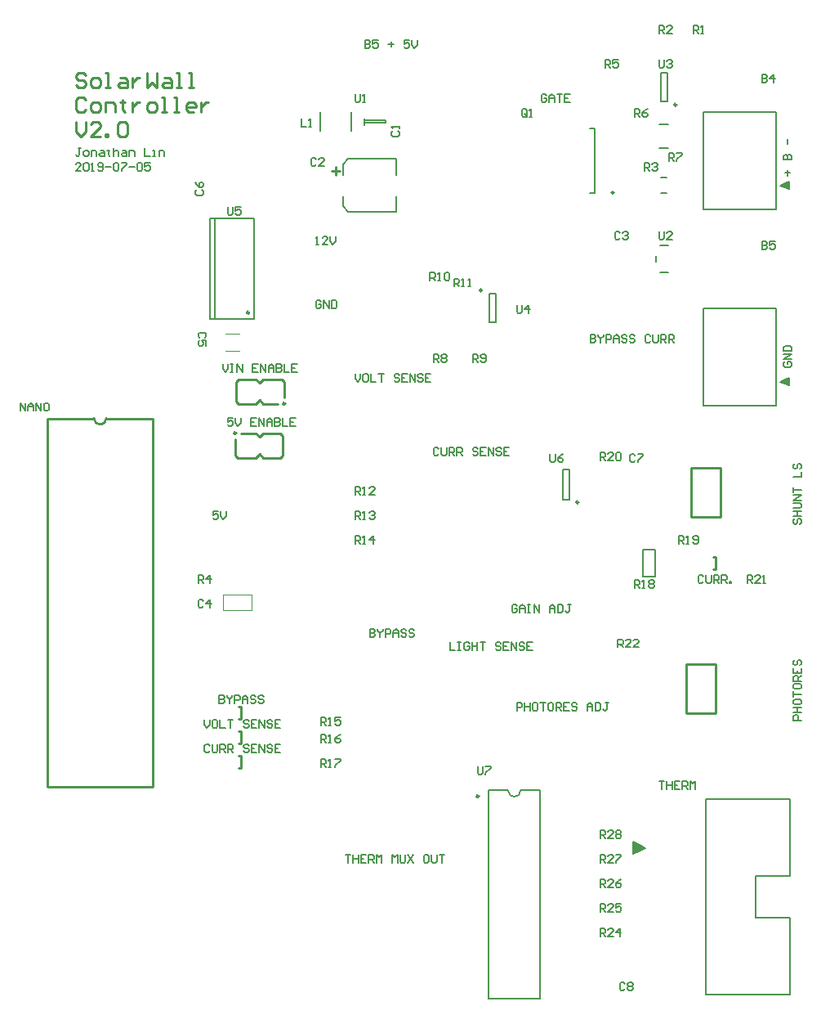
<source format=gto>
G04 Layer_Color=15132400*
%FSLAX25Y25*%
%MOIN*%
G70*
G01*
G75*
%ADD36C,0.01000*%
%ADD51C,0.00984*%
%ADD52C,0.00787*%
%ADD53C,0.00500*%
%ADD54C,0.00800*%
%ADD55C,0.00394*%
%ADD56C,0.00600*%
G36*
X552500Y190000D02*
X547500Y187500D01*
Y192500D01*
X552500Y190000D01*
D02*
G37*
G36*
X611000Y378500D02*
X607500Y380000D01*
X611000Y381500D01*
Y378500D01*
D02*
G37*
G36*
Y458500D02*
X607500Y460000D01*
X611000Y461500D01*
Y458500D01*
D02*
G37*
D36*
X385500Y359000D02*
G03*
X385500Y359000I-500J0D01*
G01*
X405500Y371000D02*
G03*
X405500Y371000I-500J0D01*
G01*
X484500Y211000D02*
G03*
X484500Y211000I-500J0D01*
G01*
X327500Y365000D02*
G03*
X332500Y365000I2500J0D01*
G01*
X403500Y359000D02*
X404500Y358000D01*
X396500Y359000D02*
X403500D01*
X395000Y357500D02*
X396500Y359000D01*
X393500D02*
X395000Y357500D01*
X387500Y359000D02*
X393500D01*
X403500Y349000D02*
X404500Y350000D01*
Y358000D01*
X385000Y350000D02*
Y356500D01*
Y350000D02*
X386000Y349000D01*
X393500D01*
X395000Y350500D01*
X396500Y349000D01*
X403500D01*
X385500Y372000D02*
X386500Y371000D01*
X393500D01*
X395000Y372500D01*
X396500Y371000D01*
X402500D01*
X385500Y380000D02*
X386500Y381000D01*
X385500Y372000D02*
Y380000D01*
X405000Y373500D02*
Y380000D01*
X404000Y381000D02*
X405000Y380000D01*
X396500Y381000D02*
X404000D01*
X395000Y379500D02*
X396500Y381000D01*
X393500D02*
X395000Y379500D01*
X386500Y381000D02*
X393500D01*
X583000Y325000D02*
Y345000D01*
X571000D02*
X583000D01*
X571000Y325000D02*
Y345000D01*
Y325000D02*
X583000D01*
X580000Y308500D02*
X581000D01*
X580000Y303500D02*
X581000D01*
Y308500D01*
Y245000D02*
Y265000D01*
X569000D02*
X581000D01*
X569000Y245000D02*
Y265000D01*
Y245000D02*
X581000D01*
X386500Y227500D02*
X387500D01*
X386500Y222500D02*
X387500D01*
Y227500D01*
X386500Y237500D02*
X387500D01*
X386500Y232500D02*
X387500D01*
Y237500D01*
X386500Y242500D02*
X387500D01*
X386500Y247500D02*
X387500D01*
Y242500D02*
Y247500D01*
X308500Y365000D02*
X327500D01*
X332500D02*
X351500D01*
Y215000D02*
Y365000D01*
X308500Y215000D02*
X351500D01*
X308500D02*
Y365000D01*
X323999Y494998D02*
X322999Y495998D01*
X321000D01*
X320000Y494998D01*
Y491000D01*
X321000Y490000D01*
X322999D01*
X323999Y491000D01*
X326998Y490000D02*
X328997D01*
X329997Y491000D01*
Y492999D01*
X328997Y493999D01*
X326998D01*
X325998Y492999D01*
Y491000D01*
X326998Y490000D01*
X331996D02*
Y493999D01*
X334995D01*
X335995Y492999D01*
Y490000D01*
X338994Y494998D02*
Y493999D01*
X337994D01*
X339994D01*
X338994D01*
Y491000D01*
X339994Y490000D01*
X342993Y493999D02*
Y490000D01*
Y491999D01*
X343992Y492999D01*
X344992Y493999D01*
X345992D01*
X349990Y490000D02*
X351990D01*
X352989Y491000D01*
Y492999D01*
X351990Y493999D01*
X349990D01*
X348991Y492999D01*
Y491000D01*
X349990Y490000D01*
X354989D02*
X356988D01*
X355988D01*
Y495998D01*
X354989D01*
X359987Y490000D02*
X361986D01*
X360987D01*
Y495998D01*
X359987D01*
X367985Y490000D02*
X365985D01*
X364985Y491000D01*
Y492999D01*
X365985Y493999D01*
X367985D01*
X368984Y492999D01*
Y491999D01*
X364985D01*
X370984Y493999D02*
Y490000D01*
Y491999D01*
X371983Y492999D01*
X372983Y493999D01*
X373983D01*
X320000Y485998D02*
Y481999D01*
X321999Y480000D01*
X323999Y481999D01*
Y485998D01*
X329997Y480000D02*
X325998D01*
X329997Y483999D01*
Y484998D01*
X328997Y485998D01*
X326998D01*
X325998Y484998D01*
X331996Y480000D02*
Y481000D01*
X332996D01*
Y480000D01*
X331996D01*
X336995Y484998D02*
X337994Y485998D01*
X339994D01*
X340993Y484998D01*
Y481000D01*
X339994Y480000D01*
X337994D01*
X336995Y481000D01*
Y484998D01*
X323999Y504998D02*
X322999Y505998D01*
X321000D01*
X320000Y504998D01*
Y503999D01*
X321000Y502999D01*
X322999D01*
X323999Y501999D01*
Y501000D01*
X322999Y500000D01*
X321000D01*
X320000Y501000D01*
X326998Y500000D02*
X328997D01*
X329997Y501000D01*
Y502999D01*
X328997Y503999D01*
X326998D01*
X325998Y502999D01*
Y501000D01*
X326998Y500000D01*
X331996D02*
X333996D01*
X332996D01*
Y505998D01*
X331996D01*
X337994Y503999D02*
X339994D01*
X340993Y502999D01*
Y500000D01*
X337994D01*
X336995Y501000D01*
X337994Y501999D01*
X340993D01*
X342993Y503999D02*
Y500000D01*
Y501999D01*
X343992Y502999D01*
X344992Y503999D01*
X345992D01*
X348991Y505998D02*
Y500000D01*
X350990Y501999D01*
X352989Y500000D01*
Y505998D01*
X355988Y503999D02*
X357988D01*
X358987Y502999D01*
Y500000D01*
X355988D01*
X354989Y501000D01*
X355988Y501999D01*
X358987D01*
X360987Y500000D02*
X362986D01*
X361986D01*
Y505998D01*
X360987D01*
X365985Y500000D02*
X367985D01*
X366985D01*
Y505998D01*
X365985D01*
X424500Y465999D02*
X427832D01*
X426166Y467665D02*
Y464333D01*
D51*
X390823Y408087D02*
G03*
X390823Y408087I-492J0D01*
G01*
X525216Y330815D02*
G03*
X525216Y330815I-492J0D01*
G01*
X565216Y492815D02*
G03*
X565216Y492815I-492J0D01*
G01*
X485768Y417185D02*
G03*
X485768Y417185I-492J0D01*
G01*
X539618Y456988D02*
G03*
X539618Y456988I-492J0D01*
G01*
D52*
X496500Y213280D02*
G03*
X501500Y213280I2500J0D01*
G01*
X376748Y405528D02*
Y446473D01*
X374780Y405528D02*
X392890D01*
Y405528D02*
Y446473D01*
X374780D02*
X392890D01*
X374780Y405528D02*
Y446473D01*
X576951Y130039D02*
Y209961D01*
Y130039D02*
X611597D01*
Y161535D01*
X597500D02*
X611597D01*
X597500D02*
Y178465D01*
X611597D01*
Y209962D01*
X576951D02*
X611597D01*
X576951Y209961D02*
Y209962D01*
X547500Y192500D02*
X552500Y190000D01*
X547500Y187500D02*
Y192500D01*
Y187500D02*
X552500Y190000D01*
X488567Y128500D02*
Y213500D01*
X509433Y128500D02*
Y213500D01*
X488567D02*
X496500D01*
X501500D02*
X509433D01*
X488567Y128500D02*
X509433D01*
X518622Y331898D02*
X521378D01*
X518622Y344102D02*
X521378D01*
Y331898D02*
Y344102D01*
X518622Y331898D02*
Y344102D01*
X437669Y486591D02*
Y487331D01*
Y484500D02*
Y485409D01*
Y486591D02*
X446331D01*
X437669Y485409D02*
X446331D01*
Y486591D01*
X437669Y485409D02*
Y486591D01*
X558819Y463248D02*
X561181D01*
X558819Y456752D02*
X561181D01*
X558228Y475276D02*
X561772D01*
X558228Y484724D02*
X561772D01*
X576000Y450316D02*
Y489686D01*
X605748D01*
Y450316D02*
Y489686D01*
X576000Y450316D02*
X605748D01*
X607500Y460000D02*
X611000Y458500D01*
Y461500D01*
X607500Y460000D02*
X611000Y461500D01*
X428976Y464331D02*
Y468661D01*
X431142Y470827D01*
X428976Y451339D02*
X431142Y449173D01*
X428976Y451339D02*
Y455669D01*
X431142Y470827D02*
X450827D01*
Y464331D02*
Y470827D01*
Y449173D02*
Y455669D01*
X431142Y449173D02*
X450827D01*
X576000Y370316D02*
Y409686D01*
X605748D01*
Y370316D02*
Y409686D01*
X576000Y370316D02*
X605748D01*
X607500Y380000D02*
X611000Y378500D01*
Y381500D01*
X607500Y380000D02*
X611000Y381500D01*
X432299Y482063D02*
Y489937D01*
X419701Y482063D02*
Y489937D01*
X558622Y494095D02*
X561378D01*
X558622Y505905D02*
X561378D01*
Y494095D02*
Y505905D01*
X558622Y494095D02*
Y505905D01*
X488622Y415906D02*
X491378D01*
X488622Y404095D02*
X491378D01*
X488622D02*
Y415906D01*
X491378Y404095D02*
Y415906D01*
X529874Y456811D02*
X531843D01*
X529874Y483189D02*
X531843D01*
Y456811D02*
Y483189D01*
D53*
X551500Y311500D02*
X556500D01*
X551500Y300500D02*
Y311500D01*
Y300500D02*
X556500D01*
Y311500D01*
D54*
X556809Y428943D02*
Y431057D01*
X558309Y424400D02*
X561691D01*
X558309Y435600D02*
X561691D01*
D55*
X380095Y286850D02*
X391905D01*
X380095D02*
Y293150D01*
X391905D01*
Y286850D02*
Y293150D01*
X381067Y399543D02*
X386933D01*
X381067Y392457D02*
X386933D01*
D56*
X382000Y451199D02*
Y448533D01*
X382533Y448000D01*
X383599D01*
X384133Y448533D01*
Y451199D01*
X387332D02*
X385199D01*
Y449600D01*
X386265Y450133D01*
X386799D01*
X387332Y449600D01*
Y448533D01*
X386799Y448000D01*
X385732D01*
X385199Y448533D01*
X384133Y365199D02*
X382000D01*
Y363599D01*
X383066Y364133D01*
X383599D01*
X384133Y363599D01*
Y362533D01*
X383599Y362000D01*
X382533D01*
X382000Y362533D01*
X385199Y365199D02*
Y363066D01*
X386265Y362000D01*
X387332Y363066D01*
Y365199D01*
X393730D02*
X391597D01*
Y362000D01*
X393730D01*
X391597Y363599D02*
X392663D01*
X394796Y362000D02*
Y365199D01*
X396929Y362000D01*
Y365199D01*
X397995Y362000D02*
Y364133D01*
X399061Y365199D01*
X400128Y364133D01*
Y362000D01*
Y363599D01*
X397995D01*
X401194Y365199D02*
Y362000D01*
X402793D01*
X403327Y362533D01*
Y363066D01*
X402793Y363599D01*
X401194D01*
X402793D01*
X403327Y364133D01*
Y364666D01*
X402793Y365199D01*
X401194D01*
X404393D02*
Y362000D01*
X406525D01*
X409724Y365199D02*
X407592D01*
Y362000D01*
X409724D01*
X407592Y363599D02*
X408658D01*
X380000Y387199D02*
Y385066D01*
X381066Y384000D01*
X382133Y385066D01*
Y387199D01*
X383199D02*
X384265D01*
X383732D01*
Y384000D01*
X383199D01*
X384265D01*
X385865D02*
Y387199D01*
X387997Y384000D01*
Y387199D01*
X394395D02*
X392263D01*
Y384000D01*
X394395D01*
X392263Y385599D02*
X393329D01*
X395462Y384000D02*
Y387199D01*
X397594Y384000D01*
Y387199D01*
X398661Y384000D02*
Y386133D01*
X399727Y387199D01*
X400793Y386133D01*
Y384000D01*
Y385599D01*
X398661D01*
X401860Y387199D02*
Y384000D01*
X403459D01*
X403992Y384533D01*
Y385066D01*
X403459Y385599D01*
X401860D01*
X403459D01*
X403992Y386133D01*
Y386666D01*
X403459Y387199D01*
X401860D01*
X405059D02*
Y384000D01*
X407191D01*
X410390Y387199D02*
X408258D01*
Y384000D01*
X410390D01*
X408258Y385599D02*
X409324D01*
X613334Y324133D02*
X612801Y323600D01*
Y322533D01*
X613334Y322000D01*
X613867D01*
X614400Y322533D01*
Y323600D01*
X614934Y324133D01*
X615467D01*
X616000Y323600D01*
Y322533D01*
X615467Y322000D01*
X612801Y325199D02*
X616000D01*
X614400D01*
Y327332D01*
X612801D01*
X616000D01*
X612801Y328398D02*
X615467D01*
X616000Y328931D01*
Y329997D01*
X615467Y330531D01*
X612801D01*
X616000Y331597D02*
X612801D01*
X616000Y333730D01*
X612801D01*
Y334796D02*
Y336929D01*
Y335862D01*
X616000D01*
X612801Y341194D02*
X616000D01*
Y343326D01*
X613334Y346525D02*
X612801Y345992D01*
Y344926D01*
X613334Y344393D01*
X613867D01*
X614400Y344926D01*
Y345992D01*
X614934Y346525D01*
X615467D01*
X616000Y345992D01*
Y344926D01*
X615467Y344393D01*
X322133Y466000D02*
X320000D01*
X322133Y468133D01*
Y468666D01*
X321600Y469199D01*
X320533D01*
X320000Y468666D01*
X323199D02*
X323732Y469199D01*
X324798D01*
X325332Y468666D01*
Y466533D01*
X324798Y466000D01*
X323732D01*
X323199Y466533D01*
Y468666D01*
X326398Y466000D02*
X327464D01*
X326931D01*
Y469199D01*
X326398Y468666D01*
X329064Y466533D02*
X329597Y466000D01*
X330663D01*
X331196Y466533D01*
Y468666D01*
X330663Y469199D01*
X329597D01*
X329064Y468666D01*
Y468133D01*
X329597Y467599D01*
X331196D01*
X332263D02*
X334395D01*
X335462Y468666D02*
X335995Y469199D01*
X337061D01*
X337594Y468666D01*
Y466533D01*
X337061Y466000D01*
X335995D01*
X335462Y466533D01*
Y468666D01*
X338661Y469199D02*
X340793D01*
Y468666D01*
X338661Y466533D01*
Y466000D01*
X341860Y467599D02*
X343992D01*
X345059Y468666D02*
X345592Y469199D01*
X346658D01*
X347191Y468666D01*
Y466533D01*
X346658Y466000D01*
X345592D01*
X345059Y466533D01*
Y468666D01*
X350390Y469199D02*
X348258D01*
Y467599D01*
X349324Y468133D01*
X349857D01*
X350390Y467599D01*
Y466533D01*
X349857Y466000D01*
X348791D01*
X348258Y466533D01*
X378133Y327199D02*
X376000D01*
Y325600D01*
X377066Y326133D01*
X377600D01*
X378133Y325600D01*
Y324533D01*
X377600Y324000D01*
X376533D01*
X376000Y324533D01*
X379199Y327199D02*
Y325066D01*
X380265Y324000D01*
X381332Y325066D01*
Y327199D01*
X322133Y475199D02*
X321066D01*
X321600D01*
Y472533D01*
X321066Y472000D01*
X320533D01*
X320000Y472533D01*
X323732Y472000D02*
X324798D01*
X325332Y472533D01*
Y473599D01*
X324798Y474133D01*
X323732D01*
X323199Y473599D01*
Y472533D01*
X323732Y472000D01*
X326398D02*
Y474133D01*
X327997D01*
X328531Y473599D01*
Y472000D01*
X330130Y474133D02*
X331196D01*
X331730Y473599D01*
Y472000D01*
X330130D01*
X329597Y472533D01*
X330130Y473066D01*
X331730D01*
X333329Y474666D02*
Y474133D01*
X332796D01*
X333862D01*
X333329D01*
Y472533D01*
X333862Y472000D01*
X335462Y475199D02*
Y472000D01*
Y473599D01*
X335995Y474133D01*
X337061D01*
X337594Y473599D01*
Y472000D01*
X339194Y474133D02*
X340260D01*
X340793Y473599D01*
Y472000D01*
X339194D01*
X338661Y472533D01*
X339194Y473066D01*
X340793D01*
X341860Y472000D02*
Y474133D01*
X343459D01*
X343992Y473599D01*
Y472000D01*
X348258Y475199D02*
Y472000D01*
X350390D01*
X351456D02*
X352523D01*
X351990D01*
Y474133D01*
X351456D01*
X354122Y472000D02*
Y474133D01*
X355722D01*
X356255Y473599D01*
Y472000D01*
X468133Y352666D02*
X467599Y353199D01*
X466533D01*
X466000Y352666D01*
Y350533D01*
X466533Y350000D01*
X467599D01*
X468133Y350533D01*
X469199Y353199D02*
Y350533D01*
X469732Y350000D01*
X470798D01*
X471332Y350533D01*
Y353199D01*
X472398Y350000D02*
Y353199D01*
X473997D01*
X474531Y352666D01*
Y351600D01*
X473997Y351066D01*
X472398D01*
X473464D02*
X474531Y350000D01*
X475597D02*
Y353199D01*
X477196D01*
X477730Y352666D01*
Y351600D01*
X477196Y351066D01*
X475597D01*
X476663D02*
X477730Y350000D01*
X484128Y352666D02*
X483594Y353199D01*
X482528D01*
X481995Y352666D01*
Y352133D01*
X482528Y351600D01*
X483594D01*
X484128Y351066D01*
Y350533D01*
X483594Y350000D01*
X482528D01*
X481995Y350533D01*
X487326Y353199D02*
X485194D01*
Y350000D01*
X487326D01*
X485194Y351600D02*
X486260D01*
X488393Y350000D02*
Y353199D01*
X490525Y350000D01*
Y353199D01*
X493724Y352666D02*
X493191Y353199D01*
X492125D01*
X491592Y352666D01*
Y352133D01*
X492125Y351600D01*
X493191D01*
X493724Y351066D01*
Y350533D01*
X493191Y350000D01*
X492125D01*
X491592Y350533D01*
X496923Y353199D02*
X494791D01*
Y350000D01*
X496923D01*
X494791Y351600D02*
X495857D01*
X430000Y187199D02*
X432133D01*
X431066D01*
Y184000D01*
X433199Y187199D02*
Y184000D01*
Y185600D01*
X435332D01*
Y187199D01*
Y184000D01*
X438531Y187199D02*
X436398D01*
Y184000D01*
X438531D01*
X436398Y185600D02*
X437464D01*
X439597Y184000D02*
Y187199D01*
X441196D01*
X441730Y186666D01*
Y185600D01*
X441196Y185066D01*
X439597D01*
X440663D02*
X441730Y184000D01*
X442796D02*
Y187199D01*
X443862Y186133D01*
X444929Y187199D01*
Y184000D01*
X449194D02*
Y187199D01*
X450260Y186133D01*
X451327Y187199D01*
Y184000D01*
X452393Y187199D02*
Y184533D01*
X452926Y184000D01*
X453992D01*
X454525Y184533D01*
Y187199D01*
X455592D02*
X457724Y184000D01*
Y187199D02*
X455592Y184000D01*
X463589Y187199D02*
X462523D01*
X461990Y186666D01*
Y184533D01*
X462523Y184000D01*
X463589D01*
X464122Y184533D01*
Y186666D01*
X463589Y187199D01*
X465189D02*
Y184533D01*
X465722Y184000D01*
X466788D01*
X467321Y184533D01*
Y187199D01*
X468388D02*
X470520D01*
X469454D01*
Y184000D01*
X472700Y273699D02*
Y270500D01*
X474833D01*
X475899Y273699D02*
X476965D01*
X476432D01*
Y270500D01*
X475899D01*
X476965D01*
X480697Y273166D02*
X480164Y273699D01*
X479098D01*
X478565Y273166D01*
Y271033D01*
X479098Y270500D01*
X480164D01*
X480697Y271033D01*
Y272099D01*
X479631D01*
X481764Y273699D02*
Y270500D01*
Y272099D01*
X483896D01*
Y273699D01*
Y270500D01*
X484963Y273699D02*
X487095D01*
X486029D01*
Y270500D01*
X493493Y273166D02*
X492960Y273699D01*
X491894D01*
X491361Y273166D01*
Y272633D01*
X491894Y272099D01*
X492960D01*
X493493Y271566D01*
Y271033D01*
X492960Y270500D01*
X491894D01*
X491361Y271033D01*
X496692Y273699D02*
X494560D01*
Y270500D01*
X496692D01*
X494560Y272099D02*
X495626D01*
X497759Y270500D02*
Y273699D01*
X499891Y270500D01*
Y273699D01*
X503090Y273166D02*
X502557Y273699D01*
X501491D01*
X500958Y273166D01*
Y272633D01*
X501491Y272099D01*
X502557D01*
X503090Y271566D01*
Y271033D01*
X502557Y270500D01*
X501491D01*
X500958Y271033D01*
X506289Y273699D02*
X504156D01*
Y270500D01*
X506289D01*
X504156Y272099D02*
X505223D01*
X576133Y300666D02*
X575599Y301199D01*
X574533D01*
X574000Y300666D01*
Y298533D01*
X574533Y298000D01*
X575599D01*
X576133Y298533D01*
X577199Y301199D02*
Y298533D01*
X577732Y298000D01*
X578798D01*
X579332Y298533D01*
Y301199D01*
X580398Y298000D02*
Y301199D01*
X581997D01*
X582531Y300666D01*
Y299600D01*
X581997Y299066D01*
X580398D01*
X581464D02*
X582531Y298000D01*
X583597D02*
Y301199D01*
X585196D01*
X585730Y300666D01*
Y299600D01*
X585196Y299066D01*
X583597D01*
X584663D02*
X585730Y298000D01*
X586796D02*
Y298533D01*
X587329D01*
Y298000D01*
X586796D01*
X594000D02*
Y301199D01*
X595600D01*
X596133Y300666D01*
Y299600D01*
X595600Y299066D01*
X594000D01*
X595066D02*
X596133Y298000D01*
X599332D02*
X597199D01*
X599332Y300133D01*
Y300666D01*
X598798Y301199D01*
X597732D01*
X597199Y300666D01*
X600398Y298000D02*
X601464D01*
X600931D01*
Y301199D01*
X600398Y300666D01*
X616000Y242000D02*
X612801D01*
Y243600D01*
X613334Y244133D01*
X614400D01*
X614934Y243600D01*
Y242000D01*
X612801Y245199D02*
X616000D01*
X614400D01*
Y247332D01*
X612801D01*
X616000D01*
X612801Y249997D02*
Y248931D01*
X613334Y248398D01*
X615467D01*
X616000Y248931D01*
Y249997D01*
X615467Y250531D01*
X613334D01*
X612801Y249997D01*
Y251597D02*
Y253730D01*
Y252663D01*
X616000D01*
X612801Y256395D02*
Y255329D01*
X613334Y254796D01*
X615467D01*
X616000Y255329D01*
Y256395D01*
X615467Y256928D01*
X613334D01*
X612801Y256395D01*
X616000Y257995D02*
X612801D01*
Y259594D01*
X613334Y260127D01*
X614400D01*
X614934Y259594D01*
Y257995D01*
Y259061D02*
X616000Y260127D01*
X612801Y263327D02*
Y261194D01*
X616000D01*
Y263327D01*
X614400Y261194D02*
Y262260D01*
X613334Y266525D02*
X612801Y265992D01*
Y264926D01*
X613334Y264393D01*
X613867D01*
X614400Y264926D01*
Y265992D01*
X614934Y266525D01*
X615467D01*
X616000Y265992D01*
Y264926D01*
X615467Y264393D01*
X500133Y288666D02*
X499600Y289199D01*
X498533D01*
X498000Y288666D01*
Y286533D01*
X498533Y286000D01*
X499600D01*
X500133Y286533D01*
Y287599D01*
X499066D01*
X501199Y286000D02*
Y288133D01*
X502265Y289199D01*
X503332Y288133D01*
Y286000D01*
Y287599D01*
X501199D01*
X504398Y289199D02*
X505464D01*
X504931D01*
Y286000D01*
X504398D01*
X505464D01*
X507064D02*
Y289199D01*
X509196Y286000D01*
Y289199D01*
X513462Y286000D02*
Y288133D01*
X514528Y289199D01*
X515594Y288133D01*
Y286000D01*
Y287599D01*
X513462D01*
X516661Y289199D02*
Y286000D01*
X518260D01*
X518793Y286533D01*
Y288666D01*
X518260Y289199D01*
X516661D01*
X521992D02*
X520926D01*
X521459D01*
Y286533D01*
X520926Y286000D01*
X520393D01*
X519860Y286533D01*
X500000Y246000D02*
Y249199D01*
X501600D01*
X502133Y248666D01*
Y247600D01*
X501600Y247066D01*
X500000D01*
X503199Y249199D02*
Y246000D01*
Y247600D01*
X505332D01*
Y249199D01*
Y246000D01*
X507997Y249199D02*
X506931D01*
X506398Y248666D01*
Y246533D01*
X506931Y246000D01*
X507997D01*
X508531Y246533D01*
Y248666D01*
X507997Y249199D01*
X509597D02*
X511730D01*
X510663D01*
Y246000D01*
X514395Y249199D02*
X513329D01*
X512796Y248666D01*
Y246533D01*
X513329Y246000D01*
X514395D01*
X514928Y246533D01*
Y248666D01*
X514395Y249199D01*
X515995Y246000D02*
Y249199D01*
X517594D01*
X518127Y248666D01*
Y247600D01*
X517594Y247066D01*
X515995D01*
X517061D02*
X518127Y246000D01*
X521326Y249199D02*
X519194D01*
Y246000D01*
X521326D01*
X519194Y247600D02*
X520260D01*
X524525Y248666D02*
X523992Y249199D01*
X522926D01*
X522393Y248666D01*
Y248133D01*
X522926Y247600D01*
X523992D01*
X524525Y247066D01*
Y246533D01*
X523992Y246000D01*
X522926D01*
X522393Y246533D01*
X528791Y246000D02*
Y248133D01*
X529857Y249199D01*
X530923Y248133D01*
Y246000D01*
Y247600D01*
X528791D01*
X531990Y249199D02*
Y246000D01*
X533589D01*
X534122Y246533D01*
Y248666D01*
X533589Y249199D01*
X531990D01*
X537321D02*
X536255D01*
X536788D01*
Y246533D01*
X536255Y246000D01*
X535722D01*
X535189Y246533D01*
X534000Y348000D02*
Y351199D01*
X535600D01*
X536133Y350666D01*
Y349600D01*
X535600Y349066D01*
X534000D01*
X535066D02*
X536133Y348000D01*
X539332D02*
X537199D01*
X539332Y350133D01*
Y350666D01*
X538798Y351199D01*
X537732D01*
X537199Y350666D01*
X540398D02*
X540931Y351199D01*
X541997D01*
X542531Y350666D01*
Y348533D01*
X541997Y348000D01*
X540931D01*
X540398Y348533D01*
Y350666D01*
X566000Y314000D02*
Y317199D01*
X567599D01*
X568133Y316666D01*
Y315599D01*
X567599Y315066D01*
X566000D01*
X567066D02*
X568133Y314000D01*
X569199D02*
X570265D01*
X569732D01*
Y317199D01*
X569199Y316666D01*
X571865Y314533D02*
X572398Y314000D01*
X573464D01*
X573997Y314533D01*
Y316666D01*
X573464Y317199D01*
X572398D01*
X571865Y316666D01*
Y316133D01*
X572398Y315599D01*
X573997D01*
X548000Y296000D02*
Y299199D01*
X549600D01*
X550133Y298666D01*
Y297600D01*
X549600Y297066D01*
X548000D01*
X549066D02*
X550133Y296000D01*
X551199D02*
X552265D01*
X551732D01*
Y299199D01*
X551199Y298666D01*
X553865D02*
X554398Y299199D01*
X555464D01*
X555997Y298666D01*
Y298133D01*
X555464Y297600D01*
X555997Y297066D01*
Y296533D01*
X555464Y296000D01*
X554398D01*
X553865Y296533D01*
Y297066D01*
X554398Y297600D01*
X553865Y298133D01*
Y298666D01*
X554398Y297600D02*
X555464D01*
X544133Y134666D02*
X543600Y135199D01*
X542533D01*
X542000Y134666D01*
Y132533D01*
X542533Y132000D01*
X543600D01*
X544133Y132533D01*
X545199Y134666D02*
X545732Y135199D01*
X546798D01*
X547332Y134666D01*
Y134133D01*
X546798Y133599D01*
X547332Y133066D01*
Y132533D01*
X546798Y132000D01*
X545732D01*
X545199Y132533D01*
Y133066D01*
X545732Y133599D01*
X545199Y134133D01*
Y134666D01*
X545732Y133599D02*
X546798D01*
X558000Y217199D02*
X560133D01*
X559066D01*
Y214000D01*
X561199Y217199D02*
Y214000D01*
Y215599D01*
X563332D01*
Y217199D01*
Y214000D01*
X566531Y217199D02*
X564398D01*
Y214000D01*
X566531D01*
X564398Y215599D02*
X565464D01*
X567597Y214000D02*
Y217199D01*
X569196D01*
X569730Y216666D01*
Y215599D01*
X569196Y215066D01*
X567597D01*
X568663D02*
X569730Y214000D01*
X570796D02*
Y217199D01*
X571862Y216133D01*
X572928Y217199D01*
Y214000D01*
X534000Y194000D02*
Y197199D01*
X535600D01*
X536133Y196666D01*
Y195599D01*
X535600Y195066D01*
X534000D01*
X535066D02*
X536133Y194000D01*
X539332D02*
X537199D01*
X539332Y196133D01*
Y196666D01*
X538798Y197199D01*
X537732D01*
X537199Y196666D01*
X540398D02*
X540931Y197199D01*
X541997D01*
X542531Y196666D01*
Y196133D01*
X541997Y195599D01*
X542531Y195066D01*
Y194533D01*
X541997Y194000D01*
X540931D01*
X540398Y194533D01*
Y195066D01*
X540931Y195599D01*
X540398Y196133D01*
Y196666D01*
X540931Y195599D02*
X541997D01*
X534000Y184000D02*
Y187199D01*
X535600D01*
X536133Y186666D01*
Y185600D01*
X535600Y185066D01*
X534000D01*
X535066D02*
X536133Y184000D01*
X539332D02*
X537199D01*
X539332Y186133D01*
Y186666D01*
X538798Y187199D01*
X537732D01*
X537199Y186666D01*
X540398Y187199D02*
X542531D01*
Y186666D01*
X540398Y184533D01*
Y184000D01*
X534000Y174000D02*
Y177199D01*
X535600D01*
X536133Y176666D01*
Y175600D01*
X535600Y175066D01*
X534000D01*
X535066D02*
X536133Y174000D01*
X539332D02*
X537199D01*
X539332Y176133D01*
Y176666D01*
X538798Y177199D01*
X537732D01*
X537199Y176666D01*
X542531Y177199D02*
X541464Y176666D01*
X540398Y175600D01*
Y174533D01*
X540931Y174000D01*
X541997D01*
X542531Y174533D01*
Y175066D01*
X541997Y175600D01*
X540398D01*
X534000Y164000D02*
Y167199D01*
X535600D01*
X536133Y166666D01*
Y165600D01*
X535600Y165066D01*
X534000D01*
X535066D02*
X536133Y164000D01*
X539332D02*
X537199D01*
X539332Y166133D01*
Y166666D01*
X538798Y167199D01*
X537732D01*
X537199Y166666D01*
X542531Y167199D02*
X540398D01*
Y165600D01*
X541464Y166133D01*
X541997D01*
X542531Y165600D01*
Y164533D01*
X541997Y164000D01*
X540931D01*
X540398Y164533D01*
X534000Y154000D02*
Y157199D01*
X535600D01*
X536133Y156666D01*
Y155599D01*
X535600Y155066D01*
X534000D01*
X535066D02*
X536133Y154000D01*
X539332D02*
X537199D01*
X539332Y156133D01*
Y156666D01*
X538798Y157199D01*
X537732D01*
X537199Y156666D01*
X541997Y154000D02*
Y157199D01*
X540398Y155599D01*
X542531D01*
X484000Y223199D02*
Y220533D01*
X484533Y220000D01*
X485600D01*
X486133Y220533D01*
Y223199D01*
X487199D02*
X489332D01*
Y222666D01*
X487199Y220533D01*
Y220000D01*
X513600Y350399D02*
Y347733D01*
X514133Y347200D01*
X515200D01*
X515733Y347733D01*
Y350399D01*
X518932D02*
X517865Y349866D01*
X516799Y348799D01*
Y347733D01*
X517332Y347200D01*
X518398D01*
X518932Y347733D01*
Y348266D01*
X518398Y348799D01*
X516799D01*
X548233Y349866D02*
X547699Y350399D01*
X546633D01*
X546100Y349866D01*
Y347733D01*
X546633Y347200D01*
X547699D01*
X548233Y347733D01*
X549299Y350399D02*
X551432D01*
Y349866D01*
X549299Y347733D01*
Y347200D01*
X541200Y271700D02*
Y274899D01*
X542800D01*
X543333Y274366D01*
Y273300D01*
X542800Y272766D01*
X541200D01*
X542266D02*
X543333Y271700D01*
X546532D02*
X544399D01*
X546532Y273833D01*
Y274366D01*
X545998Y274899D01*
X544932D01*
X544399Y274366D01*
X549731Y271700D02*
X547598D01*
X549731Y273833D01*
Y274366D01*
X549197Y274899D01*
X548131D01*
X547598Y274366D01*
X438000Y519199D02*
Y516000D01*
X439600D01*
X440133Y516533D01*
Y517066D01*
X439600Y517599D01*
X438000D01*
X439600D01*
X440133Y518133D01*
Y518666D01*
X439600Y519199D01*
X438000D01*
X443332D02*
X441199D01*
Y517599D01*
X442265Y518133D01*
X442798D01*
X443332Y517599D01*
Y516533D01*
X442798Y516000D01*
X441732D01*
X441199Y516533D01*
X447597Y517599D02*
X449730D01*
X448663Y518666D02*
Y516533D01*
X456128Y519199D02*
X453995D01*
Y517599D01*
X455061Y518133D01*
X455594D01*
X456128Y517599D01*
Y516533D01*
X455594Y516000D01*
X454528D01*
X453995Y516533D01*
X457194Y519199D02*
Y517066D01*
X458260Y516000D01*
X459327Y517066D01*
Y519199D01*
X434000Y497199D02*
Y494533D01*
X434533Y494000D01*
X435600D01*
X436133Y494533D01*
Y497199D01*
X437199Y494000D02*
X438265D01*
X437732D01*
Y497199D01*
X437199Y496666D01*
X552000Y466000D02*
Y469199D01*
X553600D01*
X554133Y468666D01*
Y467599D01*
X553600Y467066D01*
X552000D01*
X553066D02*
X554133Y466000D01*
X555199Y468666D02*
X555732Y469199D01*
X556798D01*
X557332Y468666D01*
Y468133D01*
X556798Y467599D01*
X556265D01*
X556798D01*
X557332Y467066D01*
Y466533D01*
X556798Y466000D01*
X555732D01*
X555199Y466533D01*
X562000Y470000D02*
Y473199D01*
X563599D01*
X564133Y472666D01*
Y471599D01*
X563599Y471066D01*
X562000D01*
X563066D02*
X564133Y470000D01*
X565199Y473199D02*
X567332D01*
Y472666D01*
X565199Y470533D01*
Y470000D01*
X610400Y464000D02*
Y466133D01*
X609334Y465066D02*
X611467D01*
X608801Y470398D02*
X612000D01*
Y471997D01*
X611467Y472531D01*
X610934D01*
X610400Y471997D01*
Y470398D01*
Y471997D01*
X609867Y472531D01*
X609334D01*
X608801Y471997D01*
Y470398D01*
X610400Y476796D02*
Y478929D01*
X600000Y437199D02*
Y434000D01*
X601600D01*
X602133Y434533D01*
Y435066D01*
X601600Y435600D01*
X600000D01*
X601600D01*
X602133Y436133D01*
Y436666D01*
X601600Y437199D01*
X600000D01*
X605332D02*
X603199D01*
Y435600D01*
X604265Y436133D01*
X604798D01*
X605332Y435600D01*
Y434533D01*
X604798Y434000D01*
X603732D01*
X603199Y434533D01*
X449334Y482133D02*
X448801Y481600D01*
Y480533D01*
X449334Y480000D01*
X451467D01*
X452000Y480533D01*
Y481600D01*
X451467Y482133D01*
X452000Y483199D02*
Y484265D01*
Y483732D01*
X448801D01*
X449334Y483199D01*
X418133Y470666D02*
X417599Y471199D01*
X416533D01*
X416000Y470666D01*
Y468533D01*
X416533Y468000D01*
X417599D01*
X418133Y468533D01*
X421332Y468000D02*
X419199D01*
X421332Y470133D01*
Y470666D01*
X420798Y471199D01*
X419732D01*
X419199Y470666D01*
X609334Y388133D02*
X608801Y387599D01*
Y386533D01*
X609334Y386000D01*
X611467D01*
X612000Y386533D01*
Y387599D01*
X611467Y388133D01*
X610400D01*
Y387066D01*
X612000Y389199D02*
X608801D01*
X612000Y391332D01*
X608801D01*
Y392398D02*
X612000D01*
Y393997D01*
X611467Y394531D01*
X609334D01*
X608801Y393997D01*
Y392398D01*
X512133Y496666D02*
X511599Y497199D01*
X510533D01*
X510000Y496666D01*
Y494533D01*
X510533Y494000D01*
X511599D01*
X512133Y494533D01*
Y495600D01*
X511066D01*
X513199Y494000D02*
Y496133D01*
X514265Y497199D01*
X515332Y496133D01*
Y494000D01*
Y495600D01*
X513199D01*
X516398Y497199D02*
X518531D01*
X517464D01*
Y494000D01*
X521730Y497199D02*
X519597D01*
Y494000D01*
X521730D01*
X519597Y495600D02*
X520663D01*
X412000Y487199D02*
Y484000D01*
X414133D01*
X415199D02*
X416265D01*
X415732D01*
Y487199D01*
X415199Y486666D01*
X466000Y388000D02*
Y391199D01*
X467599D01*
X468133Y390666D01*
Y389599D01*
X467599Y389066D01*
X466000D01*
X467066D02*
X468133Y388000D01*
X469199Y390666D02*
X469732Y391199D01*
X470798D01*
X471332Y390666D01*
Y390133D01*
X470798Y389599D01*
X471332Y389066D01*
Y388533D01*
X470798Y388000D01*
X469732D01*
X469199Y388533D01*
Y389066D01*
X469732Y389599D01*
X469199Y390133D01*
Y390666D01*
X469732Y389599D02*
X470798D01*
X420000Y240000D02*
Y243199D01*
X421599D01*
X422133Y242666D01*
Y241599D01*
X421599Y241066D01*
X420000D01*
X421066D02*
X422133Y240000D01*
X423199D02*
X424265D01*
X423732D01*
Y243199D01*
X423199Y242666D01*
X427997Y243199D02*
X425865D01*
Y241599D01*
X426931Y242133D01*
X427464D01*
X427997Y241599D01*
Y240533D01*
X427464Y240000D01*
X426398D01*
X425865Y240533D01*
X420000Y233000D02*
Y236199D01*
X421599D01*
X422133Y235666D01*
Y234599D01*
X421599Y234066D01*
X420000D01*
X421066D02*
X422133Y233000D01*
X423199D02*
X424265D01*
X423732D01*
Y236199D01*
X423199Y235666D01*
X427997Y236199D02*
X426931Y235666D01*
X425865Y234599D01*
Y233533D01*
X426398Y233000D01*
X427464D01*
X427997Y233533D01*
Y234066D01*
X427464Y234599D01*
X425865D01*
X420000Y223000D02*
Y226199D01*
X421599D01*
X422133Y225666D01*
Y224600D01*
X421599Y224066D01*
X420000D01*
X421066D02*
X422133Y223000D01*
X423199D02*
X424265D01*
X423732D01*
Y226199D01*
X423199Y225666D01*
X425865Y226199D02*
X427997D01*
Y225666D01*
X425865Y223533D01*
Y223000D01*
X600000Y505199D02*
Y502000D01*
X601600D01*
X602133Y502533D01*
Y503066D01*
X601600Y503600D01*
X600000D01*
X601600D01*
X602133Y504133D01*
Y504666D01*
X601600Y505199D01*
X600000D01*
X604798Y502000D02*
Y505199D01*
X603199Y503600D01*
X605332D01*
X434000Y324000D02*
Y327199D01*
X435600D01*
X436133Y326666D01*
Y325600D01*
X435600Y325066D01*
X434000D01*
X435066D02*
X436133Y324000D01*
X437199D02*
X438265D01*
X437732D01*
Y327199D01*
X437199Y326666D01*
X439865D02*
X440398Y327199D01*
X441464D01*
X441997Y326666D01*
Y326133D01*
X441464Y325600D01*
X440931D01*
X441464D01*
X441997Y325066D01*
Y324533D01*
X441464Y324000D01*
X440398D01*
X439865Y324533D01*
X434000Y334000D02*
Y337199D01*
X435600D01*
X436133Y336666D01*
Y335599D01*
X435600Y335066D01*
X434000D01*
X435066D02*
X436133Y334000D01*
X437199D02*
X438265D01*
X437732D01*
Y337199D01*
X437199Y336666D01*
X441997Y334000D02*
X439865D01*
X441997Y336133D01*
Y336666D01*
X441464Y337199D01*
X440398D01*
X439865Y336666D01*
X558000Y441199D02*
Y438533D01*
X558533Y438000D01*
X559599D01*
X560133Y438533D01*
Y441199D01*
X563332Y438000D02*
X561199D01*
X563332Y440133D01*
Y440666D01*
X562798Y441199D01*
X561732D01*
X561199Y440666D01*
X530000Y399199D02*
Y396000D01*
X531600D01*
X532133Y396533D01*
Y397066D01*
X531600Y397600D01*
X530000D01*
X531600D01*
X532133Y398133D01*
Y398666D01*
X531600Y399199D01*
X530000D01*
X533199D02*
Y398666D01*
X534265Y397600D01*
X535332Y398666D01*
Y399199D01*
X534265Y397600D02*
Y396000D01*
X536398D02*
Y399199D01*
X537997D01*
X538531Y398666D01*
Y397600D01*
X537997Y397066D01*
X536398D01*
X539597Y396000D02*
Y398133D01*
X540663Y399199D01*
X541730Y398133D01*
Y396000D01*
Y397600D01*
X539597D01*
X544929Y398666D02*
X544395Y399199D01*
X543329D01*
X542796Y398666D01*
Y398133D01*
X543329Y397600D01*
X544395D01*
X544929Y397066D01*
Y396533D01*
X544395Y396000D01*
X543329D01*
X542796Y396533D01*
X548128Y398666D02*
X547594Y399199D01*
X546528D01*
X545995Y398666D01*
Y398133D01*
X546528Y397600D01*
X547594D01*
X548128Y397066D01*
Y396533D01*
X547594Y396000D01*
X546528D01*
X545995Y396533D01*
X554525Y398666D02*
X553992Y399199D01*
X552926D01*
X552393Y398666D01*
Y396533D01*
X552926Y396000D01*
X553992D01*
X554525Y396533D01*
X555592Y399199D02*
Y396533D01*
X556125Y396000D01*
X557191D01*
X557724Y396533D01*
Y399199D01*
X558791Y396000D02*
Y399199D01*
X560390D01*
X560923Y398666D01*
Y397600D01*
X560390Y397066D01*
X558791D01*
X559857D02*
X560923Y396000D01*
X561990D02*
Y399199D01*
X563589D01*
X564122Y398666D01*
Y397600D01*
X563589Y397066D01*
X561990D01*
X563056D02*
X564122Y396000D01*
X434000Y383199D02*
Y381066D01*
X435066Y380000D01*
X436133Y381066D01*
Y383199D01*
X438798D02*
X437732D01*
X437199Y382666D01*
Y380533D01*
X437732Y380000D01*
X438798D01*
X439332Y380533D01*
Y382666D01*
X438798Y383199D01*
X440398D02*
Y380000D01*
X442531D01*
X443597Y383199D02*
X445730D01*
X444663D01*
Y380000D01*
X452128Y382666D02*
X451594Y383199D01*
X450528D01*
X449995Y382666D01*
Y382133D01*
X450528Y381599D01*
X451594D01*
X452128Y381066D01*
Y380533D01*
X451594Y380000D01*
X450528D01*
X449995Y380533D01*
X455327Y383199D02*
X453194D01*
Y380000D01*
X455327D01*
X453194Y381599D02*
X454260D01*
X456393Y380000D02*
Y383199D01*
X458525Y380000D01*
Y383199D01*
X461724Y382666D02*
X461191Y383199D01*
X460125D01*
X459592Y382666D01*
Y382133D01*
X460125Y381599D01*
X461191D01*
X461724Y381066D01*
Y380533D01*
X461191Y380000D01*
X460125D01*
X459592Y380533D01*
X464923Y383199D02*
X462791D01*
Y380000D01*
X464923D01*
X462791Y381599D02*
X463857D01*
X558000Y511199D02*
Y508533D01*
X558533Y508000D01*
X559599D01*
X560133Y508533D01*
Y511199D01*
X561199Y510666D02*
X561732Y511199D01*
X562798D01*
X563332Y510666D01*
Y510133D01*
X562798Y509599D01*
X562265D01*
X562798D01*
X563332Y509066D01*
Y508533D01*
X562798Y508000D01*
X561732D01*
X561199Y508533D01*
X500000Y411199D02*
Y408533D01*
X500533Y408000D01*
X501600D01*
X502133Y408533D01*
Y411199D01*
X504798Y408000D02*
Y411199D01*
X503199Y409599D01*
X505332D01*
X482000Y388000D02*
Y391199D01*
X483600D01*
X484133Y390666D01*
Y389599D01*
X483600Y389066D01*
X482000D01*
X483066D02*
X484133Y388000D01*
X485199Y388533D02*
X485732Y388000D01*
X486798D01*
X487332Y388533D01*
Y390666D01*
X486798Y391199D01*
X485732D01*
X485199Y390666D01*
Y390133D01*
X485732Y389599D01*
X487332D01*
X420133Y412666D02*
X419599Y413199D01*
X418533D01*
X418000Y412666D01*
Y410533D01*
X418533Y410000D01*
X419599D01*
X420133Y410533D01*
Y411599D01*
X419066D01*
X421199Y410000D02*
Y413199D01*
X423332Y410000D01*
Y413199D01*
X424398D02*
Y410000D01*
X425997D01*
X426531Y410533D01*
Y412666D01*
X425997Y413199D01*
X424398D01*
X418000Y436000D02*
X419066D01*
X418533D01*
Y439199D01*
X418000Y438666D01*
X422798Y436000D02*
X420666D01*
X422798Y438133D01*
Y438666D01*
X422265Y439199D01*
X421199D01*
X420666Y438666D01*
X423865Y439199D02*
Y437066D01*
X424931Y436000D01*
X425997Y437066D01*
Y439199D01*
X369334Y458133D02*
X368801Y457599D01*
Y456533D01*
X369334Y456000D01*
X371467D01*
X372000Y456533D01*
Y457599D01*
X371467Y458133D01*
X368801Y461332D02*
X369334Y460265D01*
X370401Y459199D01*
X371467D01*
X372000Y459732D01*
Y460798D01*
X371467Y461332D01*
X370934D01*
X370401Y460798D01*
Y459199D01*
X440000Y279199D02*
Y276000D01*
X441600D01*
X442133Y276533D01*
Y277066D01*
X441600Y277600D01*
X440000D01*
X441600D01*
X442133Y278133D01*
Y278666D01*
X441600Y279199D01*
X440000D01*
X443199D02*
Y278666D01*
X444265Y277600D01*
X445332Y278666D01*
Y279199D01*
X444265Y277600D02*
Y276000D01*
X446398D02*
Y279199D01*
X447997D01*
X448531Y278666D01*
Y277600D01*
X447997Y277066D01*
X446398D01*
X449597Y276000D02*
Y278133D01*
X450663Y279199D01*
X451730Y278133D01*
Y276000D01*
Y277600D01*
X449597D01*
X454928Y278666D02*
X454395Y279199D01*
X453329D01*
X452796Y278666D01*
Y278133D01*
X453329Y277600D01*
X454395D01*
X454928Y277066D01*
Y276533D01*
X454395Y276000D01*
X453329D01*
X452796Y276533D01*
X458127Y278666D02*
X457594Y279199D01*
X456528D01*
X455995Y278666D01*
Y278133D01*
X456528Y277600D01*
X457594D01*
X458127Y277066D01*
Y276533D01*
X457594Y276000D01*
X456528D01*
X455995Y276533D01*
X504133Y488533D02*
Y490666D01*
X503600Y491199D01*
X502533D01*
X502000Y490666D01*
Y488533D01*
X502533Y488000D01*
X503600D01*
X503066Y489066D02*
X504133Y488000D01*
X503600D02*
X504133Y488533D01*
X505199Y488000D02*
X506265D01*
X505732D01*
Y491199D01*
X505199Y490666D01*
X434000Y314000D02*
Y317199D01*
X435600D01*
X436133Y316666D01*
Y315599D01*
X435600Y315066D01*
X434000D01*
X435066D02*
X436133Y314000D01*
X437199D02*
X438265D01*
X437732D01*
Y317199D01*
X437199Y316666D01*
X441464Y314000D02*
Y317199D01*
X439865Y315599D01*
X441997D01*
X372133Y290666D02*
X371600Y291199D01*
X370533D01*
X370000Y290666D01*
Y288533D01*
X370533Y288000D01*
X371600D01*
X372133Y288533D01*
X374798Y288000D02*
Y291199D01*
X373199Y289599D01*
X375332D01*
X370000Y298000D02*
Y301199D01*
X371600D01*
X372133Y300666D01*
Y299600D01*
X371600Y299066D01*
X370000D01*
X371066D02*
X372133Y298000D01*
X374798D02*
Y301199D01*
X373199Y299600D01*
X375332D01*
X558000Y522000D02*
Y525199D01*
X559599D01*
X560133Y524666D01*
Y523599D01*
X559599Y523066D01*
X558000D01*
X559066D02*
X560133Y522000D01*
X563332D02*
X561199D01*
X563332Y524133D01*
Y524666D01*
X562798Y525199D01*
X561732D01*
X561199Y524666D01*
X548000Y488000D02*
Y491199D01*
X549600D01*
X550133Y490666D01*
Y489600D01*
X549600Y489066D01*
X548000D01*
X549066D02*
X550133Y488000D01*
X553332Y491199D02*
X552265Y490666D01*
X551199Y489600D01*
Y488533D01*
X551732Y488000D01*
X552798D01*
X553332Y488533D01*
Y489066D01*
X552798Y489600D01*
X551199D01*
X536000Y508000D02*
Y511199D01*
X537600D01*
X538133Y510666D01*
Y509599D01*
X537600Y509066D01*
X536000D01*
X537066D02*
X538133Y508000D01*
X541332Y511199D02*
X539199D01*
Y509599D01*
X540265Y510133D01*
X540798D01*
X541332Y509599D01*
Y508533D01*
X540798Y508000D01*
X539732D01*
X539199Y508533D01*
X572000Y522000D02*
Y525199D01*
X573599D01*
X574133Y524666D01*
Y523599D01*
X573599Y523066D01*
X572000D01*
X573066D02*
X574133Y522000D01*
X575199D02*
X576265D01*
X575732D01*
Y525199D01*
X575199Y524666D01*
X542133Y440666D02*
X541600Y441199D01*
X540533D01*
X540000Y440666D01*
Y438533D01*
X540533Y438000D01*
X541600D01*
X542133Y438533D01*
X543199Y440666D02*
X543732Y441199D01*
X544798D01*
X545332Y440666D01*
Y440133D01*
X544798Y439600D01*
X544265D01*
X544798D01*
X545332Y439066D01*
Y438533D01*
X544798Y438000D01*
X543732D01*
X543199Y438533D01*
X372666Y397867D02*
X373199Y398400D01*
Y399467D01*
X372666Y400000D01*
X370533D01*
X370000Y399467D01*
Y398400D01*
X370533Y397867D01*
X373199Y394668D02*
Y396801D01*
X371600D01*
X372133Y395735D01*
Y395201D01*
X371600Y394668D01*
X370533D01*
X370000Y395201D01*
Y396268D01*
X370533Y396801D01*
X374633Y231666D02*
X374099Y232199D01*
X373033D01*
X372500Y231666D01*
Y229533D01*
X373033Y229000D01*
X374099D01*
X374633Y229533D01*
X375699Y232199D02*
Y229533D01*
X376232Y229000D01*
X377298D01*
X377832Y229533D01*
Y232199D01*
X378898Y229000D02*
Y232199D01*
X380497D01*
X381031Y231666D01*
Y230599D01*
X380497Y230066D01*
X378898D01*
X379964D02*
X381031Y229000D01*
X382097D02*
Y232199D01*
X383696D01*
X384230Y231666D01*
Y230599D01*
X383696Y230066D01*
X382097D01*
X383163D02*
X384230Y229000D01*
X390628Y231666D02*
X390094Y232199D01*
X389028D01*
X388495Y231666D01*
Y231133D01*
X389028Y230599D01*
X390094D01*
X390628Y230066D01*
Y229533D01*
X390094Y229000D01*
X389028D01*
X388495Y229533D01*
X393827Y232199D02*
X391694D01*
Y229000D01*
X393827D01*
X391694Y230599D02*
X392760D01*
X394893Y229000D02*
Y232199D01*
X397025Y229000D01*
Y232199D01*
X400224Y231666D02*
X399691Y232199D01*
X398625D01*
X398092Y231666D01*
Y231133D01*
X398625Y230599D01*
X399691D01*
X400224Y230066D01*
Y229533D01*
X399691Y229000D01*
X398625D01*
X398092Y229533D01*
X403423Y232199D02*
X401291D01*
Y229000D01*
X403423D01*
X401291Y230599D02*
X402357D01*
X372500Y242199D02*
Y240066D01*
X373566Y239000D01*
X374633Y240066D01*
Y242199D01*
X377298D02*
X376232D01*
X375699Y241666D01*
Y239533D01*
X376232Y239000D01*
X377298D01*
X377832Y239533D01*
Y241666D01*
X377298Y242199D01*
X378898D02*
Y239000D01*
X381031D01*
X382097Y242199D02*
X384230D01*
X383163D01*
Y239000D01*
X390628Y241666D02*
X390094Y242199D01*
X389028D01*
X388495Y241666D01*
Y241133D01*
X389028Y240599D01*
X390094D01*
X390628Y240066D01*
Y239533D01*
X390094Y239000D01*
X389028D01*
X388495Y239533D01*
X393827Y242199D02*
X391694D01*
Y239000D01*
X393827D01*
X391694Y240599D02*
X392760D01*
X394893Y239000D02*
Y242199D01*
X397025Y239000D01*
Y242199D01*
X400224Y241666D02*
X399691Y242199D01*
X398625D01*
X398092Y241666D01*
Y241133D01*
X398625Y240599D01*
X399691D01*
X400224Y240066D01*
Y239533D01*
X399691Y239000D01*
X398625D01*
X398092Y239533D01*
X403423Y242199D02*
X401291D01*
Y239000D01*
X403423D01*
X401291Y240599D02*
X402357D01*
X378500Y252199D02*
Y249000D01*
X380100D01*
X380633Y249533D01*
Y250066D01*
X380100Y250600D01*
X378500D01*
X380100D01*
X380633Y251133D01*
Y251666D01*
X380100Y252199D01*
X378500D01*
X381699D02*
Y251666D01*
X382765Y250600D01*
X383832Y251666D01*
Y252199D01*
X382765Y250600D02*
Y249000D01*
X384898D02*
Y252199D01*
X386497D01*
X387031Y251666D01*
Y250600D01*
X386497Y250066D01*
X384898D01*
X388097Y249000D02*
Y251133D01*
X389163Y252199D01*
X390230Y251133D01*
Y249000D01*
Y250600D01*
X388097D01*
X393428Y251666D02*
X392895Y252199D01*
X391829D01*
X391296Y251666D01*
Y251133D01*
X391829Y250600D01*
X392895D01*
X393428Y250066D01*
Y249533D01*
X392895Y249000D01*
X391829D01*
X391296Y249533D01*
X396627Y251666D02*
X396094Y252199D01*
X395028D01*
X394495Y251666D01*
Y251133D01*
X395028Y250600D01*
X396094D01*
X396627Y250066D01*
Y249533D01*
X396094Y249000D01*
X395028D01*
X394495Y249533D01*
X297400Y368100D02*
Y371299D01*
X299533Y368100D01*
Y371299D01*
X300599Y368100D02*
Y370233D01*
X301665Y371299D01*
X302732Y370233D01*
Y368100D01*
Y369700D01*
X300599D01*
X303798Y368100D02*
Y371299D01*
X305931Y368100D01*
Y371299D01*
X308596D02*
X307530D01*
X306997Y370766D01*
Y368633D01*
X307530Y368100D01*
X308596D01*
X309130Y368633D01*
Y370766D01*
X308596Y371299D01*
X464600Y421200D02*
Y424399D01*
X466199D01*
X466733Y423866D01*
Y422799D01*
X466199Y422266D01*
X464600D01*
X465666D02*
X466733Y421200D01*
X467799D02*
X468865D01*
X468332D01*
Y424399D01*
X467799Y423866D01*
X470465D02*
X470998Y424399D01*
X472064D01*
X472597Y423866D01*
Y421733D01*
X472064Y421200D01*
X470998D01*
X470465Y421733D01*
Y423866D01*
X474300Y418800D02*
Y421999D01*
X475900D01*
X476433Y421466D01*
Y420400D01*
X475900Y419866D01*
X474300D01*
X475366D02*
X476433Y418800D01*
X477499D02*
X478565D01*
X478032D01*
Y421999D01*
X477499Y421466D01*
X480165Y418800D02*
X481231D01*
X480698D01*
Y421999D01*
X480165Y421466D01*
M02*

</source>
